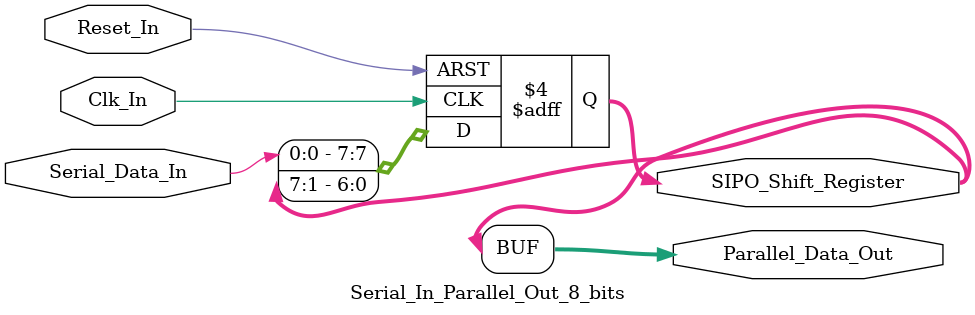
<source format=v>
/* 
Verilog Code to implement a Serial-In-Parallel-Out (SIPO) Shift Register.

This SIPO consists of a 8-bit Shift Register.

Author - Prasad Narayan Ghatol
*/

module Serial_In_Parallel_Out_8_bits(
    input Clk_In,                   // Apply the Clock Input to the Design
    input Reset_In,                 // Reset Signal, to reset the Design
    input Serial_Data_In,           // Apply the Serial Data Input to the Design 
    output [7:0] Parallel_Data_Out, // Parallel Data Output of the Design

    // Debug Port, to see the data getting shifted
    output reg [7:0] SIPO_Shift_Register    // Debug Port, for displaying the values in the Shift Register
);


// Loop Counter
integer count;


// Assigning values Parallel Data Out Port
assign Parallel_Data_Out = SIPO_Shift_Register;


// Implement the SIPO Shift Register
always @ (negedge Clk_In or posedge Reset_In)
    begin
        if (Reset_In == 1'b1)
            begin
                SIPO_Shift_Register <= 8'h0;
            end
        else
            begin
                SIPO_Shift_Register[7] <= Serial_Data_In;
                
                for (count = 7; count > 0; count = count - 1)
                    begin
                        SIPO_Shift_Register[count-1] <= SIPO_Shift_Register[count];
                    end
            end
    end


endmodule
</source>
